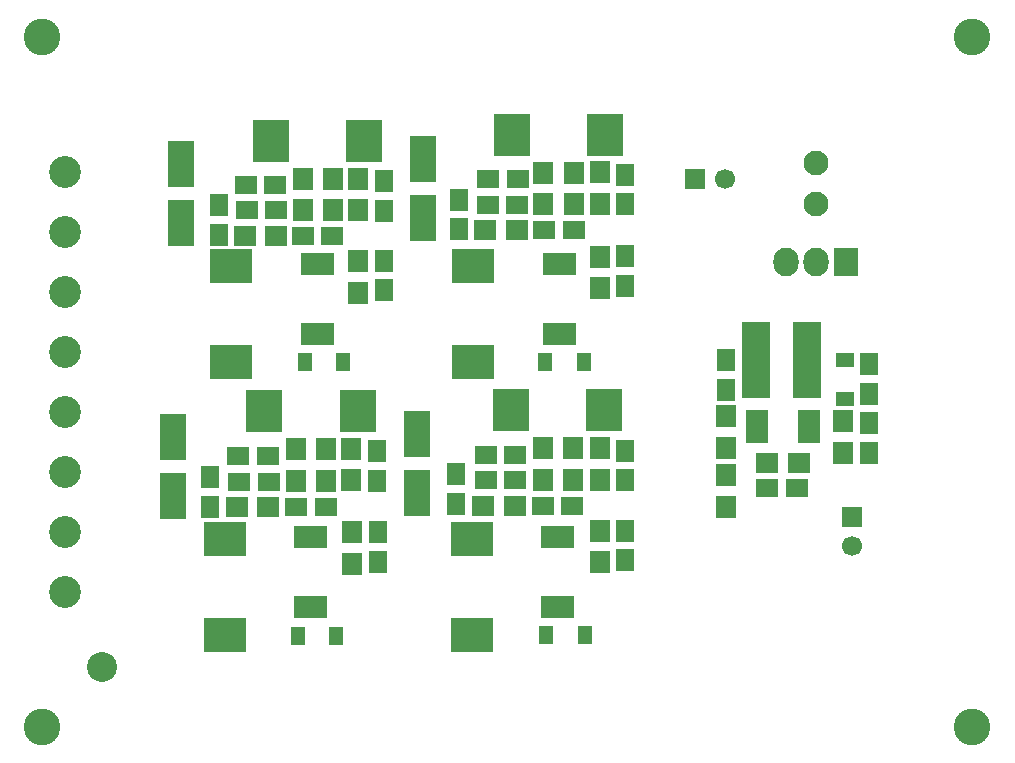
<source format=gts>
G04 #@! TF.FileFunction,Soldermask,Top*
%FSLAX46Y46*%
G04 Gerber Fmt 4.6, Leading zero omitted, Abs format (unit mm)*
G04 Created by KiCad (PCBNEW (after 2015-mar-04 BZR unknown)-product) date Fri 03 Jul 2015 12:36:09 AM EDT*
%MOMM*%
G01*
G04 APERTURE LIST*
%ADD10C,0.150000*%
%ADD11R,1.650000X1.900000*%
%ADD12R,1.900000X1.650000*%
%ADD13R,1.310000X1.620000*%
%ADD14R,2.200860X3.900120*%
%ADD15R,1.620000X1.310000*%
%ADD16R,3.600000X2.900000*%
%ADD17R,2.400000X6.400000*%
%ADD18R,2.127200X2.432000*%
%ADD19O,2.127200X2.432000*%
%ADD20R,1.900000X1.700000*%
%ADD21R,1.700000X1.900000*%
%ADD22R,3.100000X3.600000*%
%ADD23R,0.850000X1.850000*%
%ADD24R,1.850000X0.850000*%
%ADD25C,2.540000*%
%ADD26C,3.100000*%
%ADD27C,1.700000*%
%ADD28R,1.700000X1.700000*%
%ADD29C,2.700000*%
%ADD30C,2.100000*%
G04 APERTURE END LIST*
D10*
D11*
X144462500Y-57422100D03*
X144462500Y-54922100D03*
X164846000Y-56977600D03*
X164846000Y-54477600D03*
X164528500Y-80218600D03*
X164528500Y-77718600D03*
X143764000Y-80472600D03*
X143764000Y-77972600D03*
D12*
X149332000Y-55346600D03*
X146832000Y-55346600D03*
X169735500Y-54902100D03*
X167235500Y-54902100D03*
X169588500Y-78206600D03*
X167088500Y-78206600D03*
X148677000Y-78333600D03*
X146177000Y-78333600D03*
X154094500Y-57569100D03*
X151594500Y-57569100D03*
X174541500Y-57061100D03*
X172041500Y-57061100D03*
X174414500Y-80365600D03*
X171914500Y-80365600D03*
X153523000Y-80492600D03*
X151023000Y-80492600D03*
X149268500Y-53187600D03*
X146768500Y-53187600D03*
X169759000Y-52743100D03*
X167259000Y-52743100D03*
X169588500Y-76047600D03*
X167088500Y-76047600D03*
X148633500Y-76174600D03*
X146133500Y-76174600D03*
D11*
X158432500Y-59621100D03*
X158432500Y-62121100D03*
X178879500Y-59240100D03*
X178879500Y-61740100D03*
X178866800Y-82468400D03*
X178866800Y-84968400D03*
X157924500Y-82608100D03*
X157924500Y-85108100D03*
X157861000Y-75750100D03*
X157861000Y-78250100D03*
X158432500Y-52890100D03*
X158432500Y-55390100D03*
X178879500Y-52338600D03*
X178879500Y-54838600D03*
X178879500Y-75706600D03*
X178879500Y-78206600D03*
X187375800Y-68033900D03*
X187375800Y-70533900D03*
X199504300Y-75887900D03*
X199504300Y-73387900D03*
D12*
X190888300Y-78892400D03*
X193388300Y-78892400D03*
D11*
X199504300Y-70871400D03*
X199504300Y-68371400D03*
D13*
X154997017Y-68237100D03*
X151727017Y-68237100D03*
X175355000Y-68237100D03*
X172085000Y-68237100D03*
X175434500Y-91287600D03*
X172164500Y-91287600D03*
X154416000Y-91414600D03*
X151146000Y-91414600D03*
D14*
X141287500Y-51450240D03*
X141287500Y-56448960D03*
X161734500Y-51046380D03*
X161734500Y-56045100D03*
X161226500Y-74310240D03*
X161226500Y-79308960D03*
X140589000Y-74564240D03*
X140589000Y-79562960D03*
D15*
X197485000Y-71303900D03*
X197485000Y-68033900D03*
D16*
X165989000Y-60059600D03*
X165989000Y-68159600D03*
X165925500Y-83173600D03*
X165925500Y-91273600D03*
X145034000Y-83173600D03*
X145034000Y-91273600D03*
D17*
X189988300Y-68033900D03*
X194288300Y-68033900D03*
D18*
X197612000Y-59690000D03*
D19*
X195072000Y-59690000D03*
X192532000Y-59690000D03*
D20*
X146652000Y-57505600D03*
X149352000Y-57505600D03*
X167035500Y-57061100D03*
X169735500Y-57061100D03*
X166861500Y-80365600D03*
X169561500Y-80365600D03*
X145970000Y-80492600D03*
X148670000Y-80492600D03*
D21*
X151574500Y-55363100D03*
X151574500Y-52663100D03*
X154114500Y-55363100D03*
X154114500Y-52663100D03*
X171958000Y-54855100D03*
X171958000Y-52155100D03*
X174561500Y-54855100D03*
X174561500Y-52155100D03*
X171894500Y-78159600D03*
X171894500Y-75459600D03*
X174434500Y-78159600D03*
X174434500Y-75459600D03*
X151003000Y-78286600D03*
X151003000Y-75586600D03*
X153543000Y-78286600D03*
X153543000Y-75586600D03*
D22*
X148894500Y-49504600D03*
X156794500Y-49504600D03*
X169278000Y-48996600D03*
X177178000Y-48996600D03*
X169214500Y-72237600D03*
X177114500Y-72237600D03*
X148323000Y-72364600D03*
X156223000Y-72364600D03*
D21*
X155702000Y-75523100D03*
X155702000Y-78223100D03*
X155765500Y-82571600D03*
X155765500Y-85271600D03*
X156273500Y-52663100D03*
X156273500Y-55363100D03*
X156273500Y-59648100D03*
X156273500Y-62348100D03*
X176720500Y-52138600D03*
X176720500Y-54838600D03*
X176720500Y-59267100D03*
X176720500Y-61967100D03*
X176720500Y-75459600D03*
X176720500Y-78159600D03*
X176733200Y-82470000D03*
X176733200Y-85170000D03*
X187375800Y-72779900D03*
X187375800Y-75479900D03*
X197345300Y-73160900D03*
X197345300Y-75860900D03*
D20*
X193551800Y-76733400D03*
X190851800Y-76733400D03*
D21*
X187375800Y-77732900D03*
X187375800Y-80432900D03*
D23*
X151879017Y-65788277D03*
X152529017Y-65788277D03*
X153179017Y-65788277D03*
X153829017Y-65788277D03*
X153829017Y-59888277D03*
X153179017Y-59888277D03*
X152529017Y-59888277D03*
X151879017Y-59888277D03*
X172316500Y-65789600D03*
X172966500Y-65789600D03*
X173616500Y-65789600D03*
X174266500Y-65789600D03*
X174266500Y-59889600D03*
X173616500Y-59889600D03*
X172966500Y-59889600D03*
X172316500Y-59889600D03*
X172189500Y-88903600D03*
X172839500Y-88903600D03*
X173489500Y-88903600D03*
X174139500Y-88903600D03*
X174139500Y-83003600D03*
X173489500Y-83003600D03*
X172839500Y-83003600D03*
X172189500Y-83003600D03*
X151298000Y-88903600D03*
X151948000Y-88903600D03*
X152598000Y-88903600D03*
X153248000Y-88903600D03*
X153248000Y-83003600D03*
X152598000Y-83003600D03*
X151948000Y-83003600D03*
X151298000Y-83003600D03*
D24*
X189997943Y-72656400D03*
X189997943Y-73306400D03*
X189997943Y-73956400D03*
X189997943Y-74606400D03*
X194397943Y-74606400D03*
X194397943Y-73956400D03*
X194397943Y-73306400D03*
X194397943Y-72656400D03*
D25*
X134620000Y-93980000D03*
D26*
X129540000Y-99060000D03*
X208280000Y-99060000D03*
X208280000Y-40640000D03*
X129540000Y-40640000D03*
D27*
X187325000Y-52705000D03*
D28*
X184825000Y-52705000D03*
D27*
X198120000Y-83780000D03*
D28*
X198120000Y-81280000D03*
D29*
X131445000Y-52070000D03*
X131445000Y-57150000D03*
X131445000Y-62230000D03*
X131445000Y-67310000D03*
X131445000Y-72390000D03*
X131445000Y-77470000D03*
X131445000Y-82550000D03*
X131445000Y-87630000D03*
D16*
X145542000Y-60059600D03*
X145542000Y-68159600D03*
D30*
X195072000Y-54836000D03*
X195072000Y-51336000D03*
M02*

</source>
